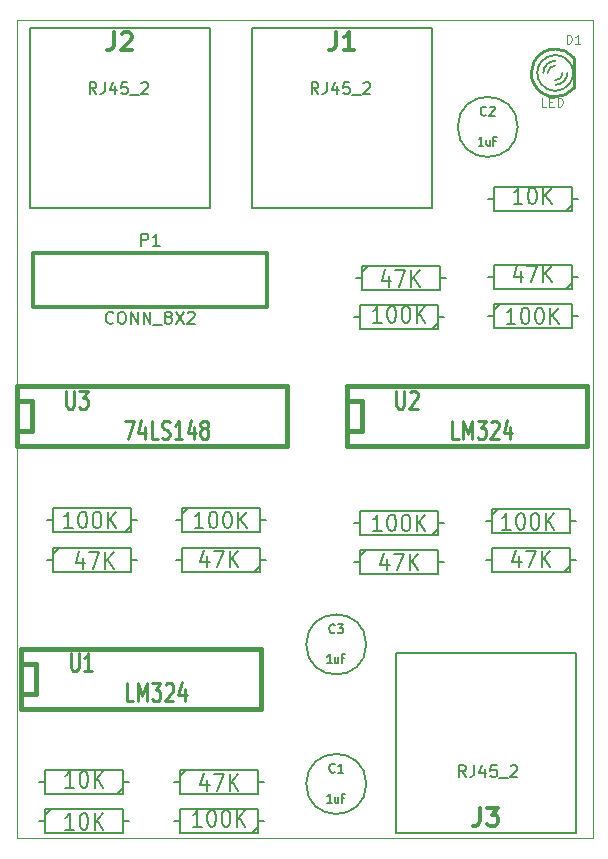
<source format=gto>
G04 (created by PCBNEW (22-Jun-2014 BZR 4027)-stable) date Cts 25 Nis 2020 13:21:39 +03*
%MOIN*%
G04 Gerber Fmt 3.4, Leading zero omitted, Abs format*
%FSLAX34Y34*%
G01*
G70*
G90*
G04 APERTURE LIST*
%ADD10C,0.00590551*%
%ADD11C,0.00393701*%
%ADD12C,0.005*%
%ADD13C,0.008*%
%ADD14C,0.012*%
%ADD15C,0.01*%
%ADD16C,0.006*%
%ADD17C,0.015*%
%ADD18C,0.0035*%
%ADD19C,0.01125*%
G04 APERTURE END LIST*
G54D10*
G54D11*
X7150Y-6000D02*
X7400Y-6000D01*
X7150Y-6000D02*
X7150Y-6150D01*
X7150Y-6100D02*
X7150Y-6000D01*
X7150Y-33250D02*
X7150Y-6100D01*
X26350Y-33250D02*
X7150Y-33250D01*
X26350Y-6000D02*
X7200Y-6000D01*
X26350Y-33250D02*
X26350Y-6000D01*
X26350Y-6000D02*
X26350Y-33250D01*
X7200Y-6000D02*
X26350Y-6000D01*
G54D10*
X15000Y-12250D02*
X15000Y-6250D01*
X21000Y-6250D02*
X15000Y-6250D01*
X21000Y-12250D02*
X21000Y-6250D01*
G54D12*
X15000Y-12250D02*
X21000Y-12250D01*
G54D10*
X7600Y-12250D02*
X7600Y-6250D01*
X13600Y-6250D02*
X7600Y-6250D01*
X13600Y-12250D02*
X13600Y-6250D01*
G54D12*
X7600Y-12250D02*
X13600Y-12250D01*
G54D10*
X25800Y-27100D02*
X25800Y-33100D01*
X19800Y-33100D02*
X25800Y-33100D01*
X19800Y-27100D02*
X19800Y-33100D01*
G54D12*
X25800Y-27100D02*
X19800Y-27100D01*
G54D13*
X25850Y-14550D02*
X25650Y-14550D01*
X22850Y-14550D02*
X23050Y-14550D01*
X23050Y-14550D02*
X23050Y-14950D01*
X23050Y-14950D02*
X25650Y-14950D01*
X25650Y-14950D02*
X25650Y-14150D01*
X25650Y-14150D02*
X23050Y-14150D01*
X23050Y-14150D02*
X23050Y-14550D01*
X25650Y-14750D02*
X25450Y-14950D01*
X25850Y-11950D02*
X25650Y-11950D01*
X22850Y-11950D02*
X23050Y-11950D01*
X23050Y-11950D02*
X23050Y-12350D01*
X23050Y-12350D02*
X25650Y-12350D01*
X25650Y-12350D02*
X25650Y-11550D01*
X25650Y-11550D02*
X23050Y-11550D01*
X23050Y-11550D02*
X23050Y-11950D01*
X25650Y-12150D02*
X25450Y-12350D01*
X18450Y-14600D02*
X18650Y-14600D01*
X21450Y-14600D02*
X21250Y-14600D01*
X21250Y-14600D02*
X21250Y-14200D01*
X21250Y-14200D02*
X18650Y-14200D01*
X18650Y-14200D02*
X18650Y-15000D01*
X18650Y-15000D02*
X21250Y-15000D01*
X21250Y-15000D02*
X21250Y-14600D01*
X18650Y-14400D02*
X18850Y-14200D01*
X21400Y-15900D02*
X21200Y-15900D01*
X18400Y-15900D02*
X18600Y-15900D01*
X18600Y-15900D02*
X18600Y-16300D01*
X18600Y-16300D02*
X21200Y-16300D01*
X21200Y-16300D02*
X21200Y-15500D01*
X21200Y-15500D02*
X18600Y-15500D01*
X18600Y-15500D02*
X18600Y-15900D01*
X21200Y-16100D02*
X21000Y-16300D01*
X22850Y-15850D02*
X23050Y-15850D01*
X25850Y-15850D02*
X25650Y-15850D01*
X25650Y-15850D02*
X25650Y-15450D01*
X25650Y-15450D02*
X23050Y-15450D01*
X23050Y-15450D02*
X23050Y-16250D01*
X23050Y-16250D02*
X25650Y-16250D01*
X25650Y-16250D02*
X25650Y-15850D01*
X23050Y-15650D02*
X23250Y-15450D01*
X25800Y-24000D02*
X25600Y-24000D01*
X22800Y-24000D02*
X23000Y-24000D01*
X23000Y-24000D02*
X23000Y-24400D01*
X23000Y-24400D02*
X25600Y-24400D01*
X25600Y-24400D02*
X25600Y-23600D01*
X25600Y-23600D02*
X23000Y-23600D01*
X23000Y-23600D02*
X23000Y-24000D01*
X25600Y-24200D02*
X25400Y-24400D01*
X22800Y-22700D02*
X23000Y-22700D01*
X25800Y-22700D02*
X25600Y-22700D01*
X25600Y-22700D02*
X25600Y-22300D01*
X25600Y-22300D02*
X23000Y-22300D01*
X23000Y-22300D02*
X23000Y-23100D01*
X23000Y-23100D02*
X25600Y-23100D01*
X25600Y-23100D02*
X25600Y-22700D01*
X23000Y-22500D02*
X23200Y-22300D01*
X21400Y-22750D02*
X21200Y-22750D01*
X18400Y-22750D02*
X18600Y-22750D01*
X18600Y-22750D02*
X18600Y-23150D01*
X18600Y-23150D02*
X21200Y-23150D01*
X21200Y-23150D02*
X21200Y-22350D01*
X21200Y-22350D02*
X18600Y-22350D01*
X18600Y-22350D02*
X18600Y-22750D01*
X21200Y-22950D02*
X21000Y-23150D01*
X11150Y-22650D02*
X10950Y-22650D01*
X8150Y-22650D02*
X8350Y-22650D01*
X8350Y-22650D02*
X8350Y-23050D01*
X8350Y-23050D02*
X10950Y-23050D01*
X10950Y-23050D02*
X10950Y-22250D01*
X10950Y-22250D02*
X8350Y-22250D01*
X8350Y-22250D02*
X8350Y-22650D01*
X10950Y-22850D02*
X10750Y-23050D01*
X10900Y-31400D02*
X10700Y-31400D01*
X7900Y-31400D02*
X8100Y-31400D01*
X8100Y-31400D02*
X8100Y-31800D01*
X8100Y-31800D02*
X10700Y-31800D01*
X10700Y-31800D02*
X10700Y-31000D01*
X10700Y-31000D02*
X8100Y-31000D01*
X8100Y-31000D02*
X8100Y-31400D01*
X10700Y-31600D02*
X10500Y-31800D01*
X7900Y-32700D02*
X8100Y-32700D01*
X10900Y-32700D02*
X10700Y-32700D01*
X10700Y-32700D02*
X10700Y-32300D01*
X10700Y-32300D02*
X8100Y-32300D01*
X8100Y-32300D02*
X8100Y-33100D01*
X8100Y-33100D02*
X10700Y-33100D01*
X10700Y-33100D02*
X10700Y-32700D01*
X8100Y-32500D02*
X8300Y-32300D01*
X12400Y-31400D02*
X12600Y-31400D01*
X15400Y-31400D02*
X15200Y-31400D01*
X15200Y-31400D02*
X15200Y-31000D01*
X15200Y-31000D02*
X12600Y-31000D01*
X12600Y-31000D02*
X12600Y-31800D01*
X12600Y-31800D02*
X15200Y-31800D01*
X15200Y-31800D02*
X15200Y-31400D01*
X12600Y-31200D02*
X12800Y-31000D01*
X15400Y-32700D02*
X15200Y-32700D01*
X12400Y-32700D02*
X12600Y-32700D01*
X12600Y-32700D02*
X12600Y-33100D01*
X12600Y-33100D02*
X15200Y-33100D01*
X15200Y-33100D02*
X15200Y-32300D01*
X15200Y-32300D02*
X12600Y-32300D01*
X12600Y-32300D02*
X12600Y-32700D01*
X15200Y-32900D02*
X15000Y-33100D01*
X12450Y-22650D02*
X12650Y-22650D01*
X15450Y-22650D02*
X15250Y-22650D01*
X15250Y-22650D02*
X15250Y-22250D01*
X15250Y-22250D02*
X12650Y-22250D01*
X12650Y-22250D02*
X12650Y-23050D01*
X12650Y-23050D02*
X15250Y-23050D01*
X15250Y-23050D02*
X15250Y-22650D01*
X12650Y-22450D02*
X12850Y-22250D01*
X15450Y-24000D02*
X15250Y-24000D01*
X12450Y-24000D02*
X12650Y-24000D01*
X12650Y-24000D02*
X12650Y-24400D01*
X12650Y-24400D02*
X15250Y-24400D01*
X15250Y-24400D02*
X15250Y-23600D01*
X15250Y-23600D02*
X12650Y-23600D01*
X12650Y-23600D02*
X12650Y-24000D01*
X15250Y-24200D02*
X15050Y-24400D01*
X8150Y-24000D02*
X8350Y-24000D01*
X11150Y-24000D02*
X10950Y-24000D01*
X10950Y-24000D02*
X10950Y-23600D01*
X10950Y-23600D02*
X8350Y-23600D01*
X8350Y-23600D02*
X8350Y-24400D01*
X8350Y-24400D02*
X10950Y-24400D01*
X10950Y-24400D02*
X10950Y-24000D01*
X8350Y-23800D02*
X8550Y-23600D01*
X18400Y-24050D02*
X18600Y-24050D01*
X21400Y-24050D02*
X21200Y-24050D01*
X21200Y-24050D02*
X21200Y-23650D01*
X21200Y-23650D02*
X18600Y-23650D01*
X18600Y-23650D02*
X18600Y-24450D01*
X18600Y-24450D02*
X21200Y-24450D01*
X21200Y-24450D02*
X21200Y-24050D01*
X18600Y-23850D02*
X18800Y-23650D01*
G54D14*
X7700Y-15550D02*
X7700Y-13750D01*
X7700Y-13750D02*
X15500Y-13750D01*
X15500Y-13750D02*
X15500Y-15550D01*
X15500Y-15550D02*
X7700Y-15550D01*
G54D15*
X25720Y-8250D02*
X25720Y-7250D01*
G54D16*
X24639Y-7365D02*
G75*
G03X24500Y-7750I460J-384D01*
G74*
G01*
X24500Y-7750D02*
G75*
G03X24651Y-8147I599J0D01*
G74*
G01*
X25699Y-7750D02*
G75*
G03X25555Y-7360I-599J0D01*
G74*
G01*
X25560Y-8134D02*
G75*
G03X25700Y-7750I-460J384D01*
G74*
G01*
X25587Y-7400D02*
G75*
G03X25100Y-7150I-487J-349D01*
G74*
G01*
X25100Y-7150D02*
G75*
G03X24620Y-7389I0J-600D01*
G74*
G01*
X25100Y-8349D02*
G75*
G03X25572Y-8118I0J599D01*
G74*
G01*
X24626Y-8118D02*
G75*
G03X25100Y-8350I473J368D01*
G74*
G01*
X25100Y-7500D02*
G75*
G03X24850Y-7750I0J-250D01*
G74*
G01*
X25100Y-7350D02*
G75*
G03X24700Y-7750I0J-400D01*
G74*
G01*
X25100Y-8000D02*
G75*
G03X25350Y-7750I0J250D01*
G74*
G01*
X25100Y-8150D02*
G75*
G03X25500Y-7750I0J400D01*
G74*
G01*
G54D15*
X25713Y-7236D02*
G75*
G03X25100Y-6950I-613J-513D01*
G74*
G01*
X25100Y-6951D02*
G75*
G03X24395Y-7373I0J-799D01*
G74*
G01*
X25101Y-8548D02*
G75*
G03X25710Y-8265I-1J798D01*
G74*
G01*
X24405Y-8147D02*
G75*
G03X25100Y-8550I694J397D01*
G74*
G01*
X24395Y-7370D02*
G75*
G03X24300Y-7750I704J-379D01*
G74*
G01*
X24300Y-7750D02*
G75*
G03X24418Y-8168I799J0D01*
G74*
G01*
G54D17*
X7150Y-18700D02*
X7150Y-18700D01*
X7150Y-18700D02*
X7650Y-18700D01*
X7650Y-18700D02*
X7650Y-19700D01*
X7650Y-19700D02*
X7150Y-19700D01*
X7150Y-18200D02*
X16150Y-18200D01*
X16150Y-18200D02*
X16150Y-20200D01*
X16150Y-20200D02*
X7150Y-20200D01*
X7150Y-20200D02*
X7150Y-18200D01*
X7300Y-26950D02*
X15300Y-26950D01*
X15300Y-28950D02*
X7300Y-28950D01*
X7300Y-28950D02*
X7300Y-26950D01*
X7300Y-27450D02*
X7800Y-27450D01*
X7800Y-27450D02*
X7800Y-28450D01*
X7800Y-28450D02*
X7300Y-28450D01*
X15300Y-26950D02*
X15300Y-28950D01*
X18150Y-18200D02*
X26150Y-18200D01*
X26150Y-20200D02*
X18150Y-20200D01*
X18150Y-20200D02*
X18150Y-18200D01*
X18150Y-18700D02*
X18650Y-18700D01*
X18650Y-18700D02*
X18650Y-19700D01*
X18650Y-19700D02*
X18150Y-19700D01*
X26150Y-18200D02*
X26150Y-20200D01*
G54D12*
X18801Y-31450D02*
G75*
G03X18801Y-31450I-1001J0D01*
G74*
G01*
X23851Y-9550D02*
G75*
G03X23851Y-9550I-1001J0D01*
G74*
G01*
X18801Y-26800D02*
G75*
G03X18801Y-26800I-1001J0D01*
G74*
G01*
G54D14*
X17800Y-6392D02*
X17800Y-6821D01*
X17771Y-6907D01*
X17714Y-6964D01*
X17628Y-6992D01*
X17571Y-6992D01*
X18400Y-6992D02*
X18057Y-6992D01*
X18228Y-6992D02*
X18228Y-6392D01*
X18171Y-6478D01*
X18114Y-6535D01*
X18057Y-6564D01*
G54D13*
X17202Y-8449D02*
X17071Y-8261D01*
X16977Y-8449D02*
X16977Y-8055D01*
X17127Y-8055D01*
X17165Y-8074D01*
X17184Y-8093D01*
X17202Y-8130D01*
X17202Y-8186D01*
X17184Y-8224D01*
X17165Y-8243D01*
X17127Y-8261D01*
X16977Y-8261D01*
X17484Y-8055D02*
X17484Y-8336D01*
X17465Y-8393D01*
X17428Y-8430D01*
X17371Y-8449D01*
X17334Y-8449D01*
X17840Y-8186D02*
X17840Y-8449D01*
X17747Y-8036D02*
X17653Y-8318D01*
X17897Y-8318D01*
X18234Y-8055D02*
X18047Y-8055D01*
X18028Y-8243D01*
X18047Y-8224D01*
X18084Y-8205D01*
X18178Y-8205D01*
X18216Y-8224D01*
X18234Y-8243D01*
X18253Y-8280D01*
X18253Y-8374D01*
X18234Y-8411D01*
X18216Y-8430D01*
X18178Y-8449D01*
X18084Y-8449D01*
X18047Y-8430D01*
X18028Y-8411D01*
X18328Y-8487D02*
X18628Y-8487D01*
X18703Y-8093D02*
X18722Y-8074D01*
X18760Y-8055D01*
X18853Y-8055D01*
X18891Y-8074D01*
X18910Y-8093D01*
X18929Y-8130D01*
X18929Y-8168D01*
X18910Y-8224D01*
X18685Y-8449D01*
X18929Y-8449D01*
G54D14*
X10400Y-6392D02*
X10400Y-6821D01*
X10371Y-6907D01*
X10314Y-6964D01*
X10228Y-6992D01*
X10171Y-6992D01*
X10657Y-6450D02*
X10685Y-6421D01*
X10742Y-6392D01*
X10885Y-6392D01*
X10942Y-6421D01*
X10971Y-6450D01*
X11000Y-6507D01*
X11000Y-6564D01*
X10971Y-6650D01*
X10628Y-6992D01*
X11000Y-6992D01*
G54D13*
X9802Y-8449D02*
X9671Y-8261D01*
X9577Y-8449D02*
X9577Y-8055D01*
X9727Y-8055D01*
X9765Y-8074D01*
X9784Y-8093D01*
X9802Y-8130D01*
X9802Y-8186D01*
X9784Y-8224D01*
X9765Y-8243D01*
X9727Y-8261D01*
X9577Y-8261D01*
X10084Y-8055D02*
X10084Y-8336D01*
X10065Y-8393D01*
X10028Y-8430D01*
X9971Y-8449D01*
X9934Y-8449D01*
X10440Y-8186D02*
X10440Y-8449D01*
X10347Y-8036D02*
X10253Y-8318D01*
X10497Y-8318D01*
X10834Y-8055D02*
X10647Y-8055D01*
X10628Y-8243D01*
X10647Y-8224D01*
X10684Y-8205D01*
X10778Y-8205D01*
X10816Y-8224D01*
X10834Y-8243D01*
X10853Y-8280D01*
X10853Y-8374D01*
X10834Y-8411D01*
X10816Y-8430D01*
X10778Y-8449D01*
X10684Y-8449D01*
X10647Y-8430D01*
X10628Y-8411D01*
X10928Y-8487D02*
X11228Y-8487D01*
X11303Y-8093D02*
X11322Y-8074D01*
X11360Y-8055D01*
X11453Y-8055D01*
X11491Y-8074D01*
X11510Y-8093D01*
X11529Y-8130D01*
X11529Y-8168D01*
X11510Y-8224D01*
X11285Y-8449D01*
X11529Y-8449D01*
G54D14*
X22600Y-32242D02*
X22600Y-32671D01*
X22571Y-32757D01*
X22514Y-32814D01*
X22428Y-32842D01*
X22371Y-32842D01*
X22828Y-32242D02*
X23200Y-32242D01*
X23000Y-32471D01*
X23085Y-32471D01*
X23142Y-32500D01*
X23171Y-32528D01*
X23200Y-32585D01*
X23200Y-32728D01*
X23171Y-32785D01*
X23142Y-32814D01*
X23085Y-32842D01*
X22914Y-32842D01*
X22857Y-32814D01*
X22828Y-32785D01*
G54D13*
X22114Y-31219D02*
X21983Y-31031D01*
X21889Y-31219D02*
X21889Y-30825D01*
X22039Y-30825D01*
X22077Y-30844D01*
X22096Y-30863D01*
X22114Y-30900D01*
X22114Y-30956D01*
X22096Y-30994D01*
X22077Y-31013D01*
X22039Y-31031D01*
X21889Y-31031D01*
X22396Y-30825D02*
X22396Y-31106D01*
X22377Y-31163D01*
X22340Y-31200D01*
X22283Y-31219D01*
X22246Y-31219D01*
X22752Y-30956D02*
X22752Y-31219D01*
X22659Y-30806D02*
X22565Y-31088D01*
X22809Y-31088D01*
X23146Y-30825D02*
X22959Y-30825D01*
X22940Y-31013D01*
X22959Y-30994D01*
X22996Y-30975D01*
X23090Y-30975D01*
X23128Y-30994D01*
X23146Y-31013D01*
X23165Y-31050D01*
X23165Y-31144D01*
X23146Y-31181D01*
X23128Y-31200D01*
X23090Y-31219D01*
X22996Y-31219D01*
X22959Y-31200D01*
X22940Y-31181D01*
X23240Y-31257D02*
X23540Y-31257D01*
X23615Y-30863D02*
X23634Y-30844D01*
X23672Y-30825D01*
X23765Y-30825D01*
X23803Y-30844D01*
X23822Y-30863D01*
X23841Y-30900D01*
X23841Y-30938D01*
X23822Y-30994D01*
X23597Y-31219D01*
X23841Y-31219D01*
X23957Y-14355D02*
X23957Y-14722D01*
X23838Y-14146D02*
X23719Y-14539D01*
X24028Y-14539D01*
X24171Y-14172D02*
X24504Y-14172D01*
X24290Y-14722D01*
X24695Y-14722D02*
X24695Y-14172D01*
X24980Y-14722D02*
X24766Y-14408D01*
X24980Y-14172D02*
X24695Y-14486D01*
X24004Y-12122D02*
X23719Y-12122D01*
X23861Y-12122D02*
X23861Y-11572D01*
X23814Y-11651D01*
X23766Y-11703D01*
X23719Y-11729D01*
X24314Y-11572D02*
X24361Y-11572D01*
X24409Y-11598D01*
X24433Y-11625D01*
X24457Y-11677D01*
X24480Y-11782D01*
X24480Y-11913D01*
X24457Y-12017D01*
X24433Y-12070D01*
X24409Y-12096D01*
X24361Y-12122D01*
X24314Y-12122D01*
X24266Y-12096D01*
X24242Y-12070D01*
X24219Y-12017D01*
X24195Y-11913D01*
X24195Y-11782D01*
X24219Y-11677D01*
X24242Y-11625D01*
X24266Y-11598D01*
X24314Y-11572D01*
X24695Y-12122D02*
X24695Y-11572D01*
X24980Y-12122D02*
X24766Y-11808D01*
X24980Y-11572D02*
X24695Y-11886D01*
X19557Y-14505D02*
X19557Y-14872D01*
X19438Y-14296D02*
X19319Y-14689D01*
X19628Y-14689D01*
X19771Y-14322D02*
X20104Y-14322D01*
X19890Y-14872D01*
X20295Y-14872D02*
X20295Y-14322D01*
X20580Y-14872D02*
X20366Y-14558D01*
X20580Y-14322D02*
X20295Y-14636D01*
X19316Y-16072D02*
X19030Y-16072D01*
X19173Y-16072D02*
X19173Y-15522D01*
X19126Y-15601D01*
X19078Y-15653D01*
X19030Y-15679D01*
X19626Y-15522D02*
X19673Y-15522D01*
X19721Y-15548D01*
X19745Y-15575D01*
X19769Y-15627D01*
X19792Y-15732D01*
X19792Y-15863D01*
X19769Y-15967D01*
X19745Y-16020D01*
X19721Y-16046D01*
X19673Y-16072D01*
X19626Y-16072D01*
X19578Y-16046D01*
X19554Y-16020D01*
X19530Y-15967D01*
X19507Y-15863D01*
X19507Y-15732D01*
X19530Y-15627D01*
X19554Y-15575D01*
X19578Y-15548D01*
X19626Y-15522D01*
X20102Y-15522D02*
X20150Y-15522D01*
X20197Y-15548D01*
X20221Y-15575D01*
X20245Y-15627D01*
X20269Y-15732D01*
X20269Y-15863D01*
X20245Y-15967D01*
X20221Y-16020D01*
X20197Y-16046D01*
X20150Y-16072D01*
X20102Y-16072D01*
X20054Y-16046D01*
X20030Y-16020D01*
X20007Y-15967D01*
X19983Y-15863D01*
X19983Y-15732D01*
X20007Y-15627D01*
X20030Y-15575D01*
X20054Y-15548D01*
X20102Y-15522D01*
X20483Y-16072D02*
X20483Y-15522D01*
X20769Y-16072D02*
X20554Y-15758D01*
X20769Y-15522D02*
X20483Y-15836D01*
X23766Y-16122D02*
X23480Y-16122D01*
X23623Y-16122D02*
X23623Y-15572D01*
X23576Y-15651D01*
X23528Y-15703D01*
X23480Y-15729D01*
X24076Y-15572D02*
X24123Y-15572D01*
X24171Y-15598D01*
X24195Y-15625D01*
X24219Y-15677D01*
X24242Y-15782D01*
X24242Y-15913D01*
X24219Y-16017D01*
X24195Y-16070D01*
X24171Y-16096D01*
X24123Y-16122D01*
X24076Y-16122D01*
X24028Y-16096D01*
X24004Y-16070D01*
X23980Y-16017D01*
X23957Y-15913D01*
X23957Y-15782D01*
X23980Y-15677D01*
X24004Y-15625D01*
X24028Y-15598D01*
X24076Y-15572D01*
X24552Y-15572D02*
X24600Y-15572D01*
X24647Y-15598D01*
X24671Y-15625D01*
X24695Y-15677D01*
X24719Y-15782D01*
X24719Y-15913D01*
X24695Y-16017D01*
X24671Y-16070D01*
X24647Y-16096D01*
X24600Y-16122D01*
X24552Y-16122D01*
X24504Y-16096D01*
X24480Y-16070D01*
X24457Y-16017D01*
X24433Y-15913D01*
X24433Y-15782D01*
X24457Y-15677D01*
X24480Y-15625D01*
X24504Y-15598D01*
X24552Y-15572D01*
X24933Y-16122D02*
X24933Y-15572D01*
X25219Y-16122D02*
X25004Y-15808D01*
X25219Y-15572D02*
X24933Y-15886D01*
X23907Y-23855D02*
X23907Y-24222D01*
X23788Y-23646D02*
X23669Y-24039D01*
X23978Y-24039D01*
X24121Y-23672D02*
X24454Y-23672D01*
X24240Y-24222D01*
X24645Y-24222D02*
X24645Y-23672D01*
X24930Y-24222D02*
X24716Y-23908D01*
X24930Y-23672D02*
X24645Y-23986D01*
X23616Y-22972D02*
X23330Y-22972D01*
X23473Y-22972D02*
X23473Y-22422D01*
X23426Y-22501D01*
X23378Y-22553D01*
X23330Y-22579D01*
X23926Y-22422D02*
X23973Y-22422D01*
X24021Y-22448D01*
X24045Y-22475D01*
X24069Y-22527D01*
X24092Y-22632D01*
X24092Y-22763D01*
X24069Y-22867D01*
X24045Y-22920D01*
X24021Y-22946D01*
X23973Y-22972D01*
X23926Y-22972D01*
X23878Y-22946D01*
X23854Y-22920D01*
X23830Y-22867D01*
X23807Y-22763D01*
X23807Y-22632D01*
X23830Y-22527D01*
X23854Y-22475D01*
X23878Y-22448D01*
X23926Y-22422D01*
X24402Y-22422D02*
X24450Y-22422D01*
X24497Y-22448D01*
X24521Y-22475D01*
X24545Y-22527D01*
X24569Y-22632D01*
X24569Y-22763D01*
X24545Y-22867D01*
X24521Y-22920D01*
X24497Y-22946D01*
X24450Y-22972D01*
X24402Y-22972D01*
X24354Y-22946D01*
X24330Y-22920D01*
X24307Y-22867D01*
X24283Y-22763D01*
X24283Y-22632D01*
X24307Y-22527D01*
X24330Y-22475D01*
X24354Y-22448D01*
X24402Y-22422D01*
X24783Y-22972D02*
X24783Y-22422D01*
X25069Y-22972D02*
X24854Y-22658D01*
X25069Y-22422D02*
X24783Y-22736D01*
X19316Y-23022D02*
X19030Y-23022D01*
X19173Y-23022D02*
X19173Y-22472D01*
X19126Y-22551D01*
X19078Y-22603D01*
X19030Y-22629D01*
X19626Y-22472D02*
X19673Y-22472D01*
X19721Y-22498D01*
X19745Y-22525D01*
X19769Y-22577D01*
X19792Y-22682D01*
X19792Y-22813D01*
X19769Y-22917D01*
X19745Y-22970D01*
X19721Y-22996D01*
X19673Y-23022D01*
X19626Y-23022D01*
X19578Y-22996D01*
X19554Y-22970D01*
X19530Y-22917D01*
X19507Y-22813D01*
X19507Y-22682D01*
X19530Y-22577D01*
X19554Y-22525D01*
X19578Y-22498D01*
X19626Y-22472D01*
X20102Y-22472D02*
X20150Y-22472D01*
X20197Y-22498D01*
X20221Y-22525D01*
X20245Y-22577D01*
X20269Y-22682D01*
X20269Y-22813D01*
X20245Y-22917D01*
X20221Y-22970D01*
X20197Y-22996D01*
X20150Y-23022D01*
X20102Y-23022D01*
X20054Y-22996D01*
X20030Y-22970D01*
X20007Y-22917D01*
X19983Y-22813D01*
X19983Y-22682D01*
X20007Y-22577D01*
X20030Y-22525D01*
X20054Y-22498D01*
X20102Y-22472D01*
X20483Y-23022D02*
X20483Y-22472D01*
X20769Y-23022D02*
X20554Y-22708D01*
X20769Y-22472D02*
X20483Y-22786D01*
X9016Y-22922D02*
X8730Y-22922D01*
X8873Y-22922D02*
X8873Y-22372D01*
X8826Y-22451D01*
X8778Y-22503D01*
X8730Y-22529D01*
X9326Y-22372D02*
X9373Y-22372D01*
X9421Y-22398D01*
X9445Y-22425D01*
X9469Y-22477D01*
X9492Y-22582D01*
X9492Y-22713D01*
X9469Y-22817D01*
X9445Y-22870D01*
X9421Y-22896D01*
X9373Y-22922D01*
X9326Y-22922D01*
X9278Y-22896D01*
X9254Y-22870D01*
X9230Y-22817D01*
X9207Y-22713D01*
X9207Y-22582D01*
X9230Y-22477D01*
X9254Y-22425D01*
X9278Y-22398D01*
X9326Y-22372D01*
X9802Y-22372D02*
X9850Y-22372D01*
X9897Y-22398D01*
X9921Y-22425D01*
X9945Y-22477D01*
X9969Y-22582D01*
X9969Y-22713D01*
X9945Y-22817D01*
X9921Y-22870D01*
X9897Y-22896D01*
X9850Y-22922D01*
X9802Y-22922D01*
X9754Y-22896D01*
X9730Y-22870D01*
X9707Y-22817D01*
X9683Y-22713D01*
X9683Y-22582D01*
X9707Y-22477D01*
X9730Y-22425D01*
X9754Y-22398D01*
X9802Y-22372D01*
X10183Y-22922D02*
X10183Y-22372D01*
X10469Y-22922D02*
X10254Y-22608D01*
X10469Y-22372D02*
X10183Y-22686D01*
X9054Y-31572D02*
X8769Y-31572D01*
X8911Y-31572D02*
X8911Y-31022D01*
X8864Y-31101D01*
X8816Y-31153D01*
X8769Y-31179D01*
X9364Y-31022D02*
X9411Y-31022D01*
X9459Y-31048D01*
X9483Y-31075D01*
X9507Y-31127D01*
X9530Y-31232D01*
X9530Y-31363D01*
X9507Y-31467D01*
X9483Y-31520D01*
X9459Y-31546D01*
X9411Y-31572D01*
X9364Y-31572D01*
X9316Y-31546D01*
X9292Y-31520D01*
X9269Y-31467D01*
X9245Y-31363D01*
X9245Y-31232D01*
X9269Y-31127D01*
X9292Y-31075D01*
X9316Y-31048D01*
X9364Y-31022D01*
X9745Y-31572D02*
X9745Y-31022D01*
X10030Y-31572D02*
X9816Y-31258D01*
X10030Y-31022D02*
X9745Y-31336D01*
X9054Y-32972D02*
X8769Y-32972D01*
X8911Y-32972D02*
X8911Y-32422D01*
X8864Y-32501D01*
X8816Y-32553D01*
X8769Y-32579D01*
X9364Y-32422D02*
X9411Y-32422D01*
X9459Y-32448D01*
X9483Y-32475D01*
X9507Y-32527D01*
X9530Y-32632D01*
X9530Y-32763D01*
X9507Y-32867D01*
X9483Y-32920D01*
X9459Y-32946D01*
X9411Y-32972D01*
X9364Y-32972D01*
X9316Y-32946D01*
X9292Y-32920D01*
X9269Y-32867D01*
X9245Y-32763D01*
X9245Y-32632D01*
X9269Y-32527D01*
X9292Y-32475D01*
X9316Y-32448D01*
X9364Y-32422D01*
X9745Y-32972D02*
X9745Y-32422D01*
X10030Y-32972D02*
X9816Y-32658D01*
X10030Y-32422D02*
X9745Y-32736D01*
X13507Y-31305D02*
X13507Y-31672D01*
X13388Y-31096D02*
X13269Y-31489D01*
X13578Y-31489D01*
X13721Y-31122D02*
X14054Y-31122D01*
X13840Y-31672D01*
X14245Y-31672D02*
X14245Y-31122D01*
X14530Y-31672D02*
X14316Y-31358D01*
X14530Y-31122D02*
X14245Y-31436D01*
X13316Y-32872D02*
X13030Y-32872D01*
X13173Y-32872D02*
X13173Y-32322D01*
X13126Y-32401D01*
X13078Y-32453D01*
X13030Y-32479D01*
X13626Y-32322D02*
X13673Y-32322D01*
X13721Y-32348D01*
X13745Y-32375D01*
X13769Y-32427D01*
X13792Y-32532D01*
X13792Y-32663D01*
X13769Y-32767D01*
X13745Y-32820D01*
X13721Y-32846D01*
X13673Y-32872D01*
X13626Y-32872D01*
X13578Y-32846D01*
X13554Y-32820D01*
X13530Y-32767D01*
X13507Y-32663D01*
X13507Y-32532D01*
X13530Y-32427D01*
X13554Y-32375D01*
X13578Y-32348D01*
X13626Y-32322D01*
X14102Y-32322D02*
X14150Y-32322D01*
X14197Y-32348D01*
X14221Y-32375D01*
X14245Y-32427D01*
X14269Y-32532D01*
X14269Y-32663D01*
X14245Y-32767D01*
X14221Y-32820D01*
X14197Y-32846D01*
X14150Y-32872D01*
X14102Y-32872D01*
X14054Y-32846D01*
X14030Y-32820D01*
X14007Y-32767D01*
X13983Y-32663D01*
X13983Y-32532D01*
X14007Y-32427D01*
X14030Y-32375D01*
X14054Y-32348D01*
X14102Y-32322D01*
X14483Y-32872D02*
X14483Y-32322D01*
X14769Y-32872D02*
X14554Y-32558D01*
X14769Y-32322D02*
X14483Y-32636D01*
X13366Y-22922D02*
X13080Y-22922D01*
X13223Y-22922D02*
X13223Y-22372D01*
X13176Y-22451D01*
X13128Y-22503D01*
X13080Y-22529D01*
X13676Y-22372D02*
X13723Y-22372D01*
X13771Y-22398D01*
X13795Y-22425D01*
X13819Y-22477D01*
X13842Y-22582D01*
X13842Y-22713D01*
X13819Y-22817D01*
X13795Y-22870D01*
X13771Y-22896D01*
X13723Y-22922D01*
X13676Y-22922D01*
X13628Y-22896D01*
X13604Y-22870D01*
X13580Y-22817D01*
X13557Y-22713D01*
X13557Y-22582D01*
X13580Y-22477D01*
X13604Y-22425D01*
X13628Y-22398D01*
X13676Y-22372D01*
X14152Y-22372D02*
X14200Y-22372D01*
X14247Y-22398D01*
X14271Y-22425D01*
X14295Y-22477D01*
X14319Y-22582D01*
X14319Y-22713D01*
X14295Y-22817D01*
X14271Y-22870D01*
X14247Y-22896D01*
X14200Y-22922D01*
X14152Y-22922D01*
X14104Y-22896D01*
X14080Y-22870D01*
X14057Y-22817D01*
X14033Y-22713D01*
X14033Y-22582D01*
X14057Y-22477D01*
X14080Y-22425D01*
X14104Y-22398D01*
X14152Y-22372D01*
X14533Y-22922D02*
X14533Y-22372D01*
X14819Y-22922D02*
X14604Y-22608D01*
X14819Y-22372D02*
X14533Y-22686D01*
X13507Y-23855D02*
X13507Y-24222D01*
X13388Y-23646D02*
X13269Y-24039D01*
X13578Y-24039D01*
X13721Y-23672D02*
X14054Y-23672D01*
X13840Y-24222D01*
X14245Y-24222D02*
X14245Y-23672D01*
X14530Y-24222D02*
X14316Y-23908D01*
X14530Y-23672D02*
X14245Y-23986D01*
X9357Y-23905D02*
X9357Y-24272D01*
X9238Y-23696D02*
X9119Y-24089D01*
X9428Y-24089D01*
X9571Y-23722D02*
X9904Y-23722D01*
X9690Y-24272D01*
X10095Y-24272D02*
X10095Y-23722D01*
X10380Y-24272D02*
X10166Y-23958D01*
X10380Y-23722D02*
X10095Y-24036D01*
X19507Y-23955D02*
X19507Y-24322D01*
X19388Y-23746D02*
X19269Y-24139D01*
X19578Y-24139D01*
X19721Y-23772D02*
X20054Y-23772D01*
X19840Y-24322D01*
X20245Y-24322D02*
X20245Y-23772D01*
X20530Y-24322D02*
X20316Y-24008D01*
X20530Y-23772D02*
X20245Y-24086D01*
X11304Y-13511D02*
X11304Y-13111D01*
X11457Y-13111D01*
X11495Y-13130D01*
X11514Y-13150D01*
X11533Y-13188D01*
X11533Y-13245D01*
X11514Y-13283D01*
X11495Y-13302D01*
X11457Y-13321D01*
X11304Y-13321D01*
X11914Y-13511D02*
X11685Y-13511D01*
X11800Y-13511D02*
X11800Y-13111D01*
X11761Y-13169D01*
X11723Y-13207D01*
X11685Y-13226D01*
X10371Y-16073D02*
X10352Y-16092D01*
X10295Y-16111D01*
X10257Y-16111D01*
X10200Y-16092D01*
X10161Y-16054D01*
X10142Y-16016D01*
X10123Y-15940D01*
X10123Y-15883D01*
X10142Y-15807D01*
X10161Y-15769D01*
X10200Y-15730D01*
X10257Y-15711D01*
X10295Y-15711D01*
X10352Y-15730D01*
X10371Y-15750D01*
X10619Y-15711D02*
X10695Y-15711D01*
X10733Y-15730D01*
X10771Y-15769D01*
X10790Y-15845D01*
X10790Y-15978D01*
X10771Y-16054D01*
X10733Y-16092D01*
X10695Y-16111D01*
X10619Y-16111D01*
X10580Y-16092D01*
X10542Y-16054D01*
X10523Y-15978D01*
X10523Y-15845D01*
X10542Y-15769D01*
X10580Y-15730D01*
X10619Y-15711D01*
X10961Y-16111D02*
X10961Y-15711D01*
X11190Y-16111D01*
X11190Y-15711D01*
X11380Y-16111D02*
X11380Y-15711D01*
X11609Y-16111D01*
X11609Y-15711D01*
X11704Y-16150D02*
X12009Y-16150D01*
X12161Y-15883D02*
X12123Y-15864D01*
X12104Y-15845D01*
X12085Y-15807D01*
X12085Y-15788D01*
X12104Y-15750D01*
X12123Y-15730D01*
X12161Y-15711D01*
X12238Y-15711D01*
X12276Y-15730D01*
X12295Y-15750D01*
X12314Y-15788D01*
X12314Y-15807D01*
X12295Y-15845D01*
X12276Y-15864D01*
X12238Y-15883D01*
X12161Y-15883D01*
X12123Y-15902D01*
X12104Y-15921D01*
X12085Y-15959D01*
X12085Y-16035D01*
X12104Y-16073D01*
X12123Y-16092D01*
X12161Y-16111D01*
X12238Y-16111D01*
X12276Y-16092D01*
X12295Y-16073D01*
X12314Y-16035D01*
X12314Y-15959D01*
X12295Y-15921D01*
X12276Y-15902D01*
X12238Y-15883D01*
X12447Y-15711D02*
X12714Y-16111D01*
X12714Y-15711D02*
X12447Y-16111D01*
X12847Y-15750D02*
X12866Y-15730D01*
X12904Y-15711D01*
X13000Y-15711D01*
X13038Y-15730D01*
X13057Y-15750D01*
X13076Y-15788D01*
X13076Y-15826D01*
X13057Y-15883D01*
X12828Y-16111D01*
X13076Y-16111D01*
G54D18*
X25478Y-6771D02*
X25478Y-6471D01*
X25550Y-6471D01*
X25592Y-6485D01*
X25621Y-6514D01*
X25635Y-6542D01*
X25650Y-6600D01*
X25650Y-6642D01*
X25635Y-6700D01*
X25621Y-6728D01*
X25592Y-6757D01*
X25550Y-6771D01*
X25478Y-6771D01*
X25935Y-6771D02*
X25764Y-6771D01*
X25850Y-6771D02*
X25850Y-6471D01*
X25821Y-6514D01*
X25792Y-6542D01*
X25764Y-6557D01*
X24807Y-8871D02*
X24664Y-8871D01*
X24664Y-8571D01*
X24907Y-8714D02*
X25007Y-8714D01*
X25050Y-8871D02*
X24907Y-8871D01*
X24907Y-8571D01*
X25050Y-8571D01*
X25178Y-8871D02*
X25178Y-8571D01*
X25250Y-8571D01*
X25292Y-8585D01*
X25321Y-8614D01*
X25335Y-8642D01*
X25350Y-8700D01*
X25350Y-8742D01*
X25335Y-8800D01*
X25321Y-8828D01*
X25292Y-8857D01*
X25250Y-8871D01*
X25178Y-8871D01*
G54D19*
X8807Y-18342D02*
X8807Y-18828D01*
X8828Y-18885D01*
X8850Y-18914D01*
X8892Y-18942D01*
X8978Y-18942D01*
X9021Y-18914D01*
X9042Y-18885D01*
X9064Y-18828D01*
X9064Y-18342D01*
X9235Y-18342D02*
X9514Y-18342D01*
X9364Y-18571D01*
X9428Y-18571D01*
X9471Y-18600D01*
X9492Y-18628D01*
X9514Y-18685D01*
X9514Y-18828D01*
X9492Y-18885D01*
X9471Y-18914D01*
X9428Y-18942D01*
X9300Y-18942D01*
X9257Y-18914D01*
X9235Y-18885D01*
G54D14*
G54D19*
X10746Y-19342D02*
X11046Y-19342D01*
X10853Y-19942D01*
X11410Y-19542D02*
X11410Y-19942D01*
X11303Y-19314D02*
X11196Y-19742D01*
X11475Y-19742D01*
X11860Y-19942D02*
X11646Y-19942D01*
X11646Y-19342D01*
X11989Y-19914D02*
X12053Y-19942D01*
X12160Y-19942D01*
X12203Y-19914D01*
X12225Y-19885D01*
X12246Y-19828D01*
X12246Y-19771D01*
X12225Y-19714D01*
X12203Y-19685D01*
X12160Y-19657D01*
X12075Y-19628D01*
X12032Y-19600D01*
X12010Y-19571D01*
X11989Y-19514D01*
X11989Y-19457D01*
X12010Y-19400D01*
X12032Y-19371D01*
X12075Y-19342D01*
X12182Y-19342D01*
X12246Y-19371D01*
X12675Y-19942D02*
X12417Y-19942D01*
X12546Y-19942D02*
X12546Y-19342D01*
X12503Y-19428D01*
X12460Y-19485D01*
X12417Y-19514D01*
X13060Y-19542D02*
X13060Y-19942D01*
X12953Y-19314D02*
X12846Y-19742D01*
X13125Y-19742D01*
X13360Y-19600D02*
X13317Y-19571D01*
X13296Y-19542D01*
X13274Y-19485D01*
X13274Y-19457D01*
X13296Y-19400D01*
X13317Y-19371D01*
X13360Y-19342D01*
X13446Y-19342D01*
X13489Y-19371D01*
X13510Y-19400D01*
X13532Y-19457D01*
X13532Y-19485D01*
X13510Y-19542D01*
X13489Y-19571D01*
X13446Y-19600D01*
X13360Y-19600D01*
X13317Y-19628D01*
X13296Y-19657D01*
X13274Y-19714D01*
X13274Y-19828D01*
X13296Y-19885D01*
X13317Y-19914D01*
X13360Y-19942D01*
X13446Y-19942D01*
X13489Y-19914D01*
X13510Y-19885D01*
X13532Y-19828D01*
X13532Y-19714D01*
X13510Y-19657D01*
X13489Y-19628D01*
X13446Y-19600D01*
G54D14*
G54D19*
X8957Y-27092D02*
X8957Y-27578D01*
X8978Y-27635D01*
X9000Y-27664D01*
X9042Y-27692D01*
X9128Y-27692D01*
X9171Y-27664D01*
X9192Y-27635D01*
X9214Y-27578D01*
X9214Y-27092D01*
X9664Y-27692D02*
X9407Y-27692D01*
X9535Y-27692D02*
X9535Y-27092D01*
X9492Y-27178D01*
X9450Y-27235D01*
X9407Y-27264D01*
G54D14*
G54D19*
X11039Y-28692D02*
X10825Y-28692D01*
X10825Y-28092D01*
X11189Y-28692D02*
X11189Y-28092D01*
X11339Y-28521D01*
X11489Y-28092D01*
X11489Y-28692D01*
X11660Y-28092D02*
X11939Y-28092D01*
X11789Y-28321D01*
X11853Y-28321D01*
X11896Y-28350D01*
X11917Y-28378D01*
X11939Y-28435D01*
X11939Y-28578D01*
X11917Y-28635D01*
X11896Y-28664D01*
X11853Y-28692D01*
X11725Y-28692D01*
X11682Y-28664D01*
X11660Y-28635D01*
X12110Y-28150D02*
X12132Y-28121D01*
X12175Y-28092D01*
X12282Y-28092D01*
X12325Y-28121D01*
X12346Y-28150D01*
X12367Y-28207D01*
X12367Y-28264D01*
X12346Y-28350D01*
X12089Y-28692D01*
X12367Y-28692D01*
X12753Y-28292D02*
X12753Y-28692D01*
X12646Y-28064D02*
X12539Y-28492D01*
X12817Y-28492D01*
G54D14*
G54D19*
X19807Y-18342D02*
X19807Y-18828D01*
X19828Y-18885D01*
X19850Y-18914D01*
X19892Y-18942D01*
X19978Y-18942D01*
X20021Y-18914D01*
X20042Y-18885D01*
X20064Y-18828D01*
X20064Y-18342D01*
X20257Y-18400D02*
X20278Y-18371D01*
X20321Y-18342D01*
X20428Y-18342D01*
X20471Y-18371D01*
X20492Y-18400D01*
X20514Y-18457D01*
X20514Y-18514D01*
X20492Y-18600D01*
X20235Y-18942D01*
X20514Y-18942D01*
G54D14*
G54D19*
X21889Y-19942D02*
X21675Y-19942D01*
X21675Y-19342D01*
X22039Y-19942D02*
X22039Y-19342D01*
X22189Y-19771D01*
X22339Y-19342D01*
X22339Y-19942D01*
X22510Y-19342D02*
X22789Y-19342D01*
X22639Y-19571D01*
X22703Y-19571D01*
X22746Y-19600D01*
X22767Y-19628D01*
X22789Y-19685D01*
X22789Y-19828D01*
X22767Y-19885D01*
X22746Y-19914D01*
X22703Y-19942D01*
X22575Y-19942D01*
X22532Y-19914D01*
X22510Y-19885D01*
X22960Y-19400D02*
X22982Y-19371D01*
X23025Y-19342D01*
X23132Y-19342D01*
X23175Y-19371D01*
X23196Y-19400D01*
X23217Y-19457D01*
X23217Y-19514D01*
X23196Y-19600D01*
X22939Y-19942D01*
X23217Y-19942D01*
X23603Y-19542D02*
X23603Y-19942D01*
X23496Y-19314D02*
X23389Y-19742D01*
X23667Y-19742D01*
G54D14*
G54D12*
X17750Y-31043D02*
X17735Y-31058D01*
X17692Y-31072D01*
X17664Y-31072D01*
X17621Y-31058D01*
X17592Y-31029D01*
X17578Y-31001D01*
X17564Y-30943D01*
X17564Y-30901D01*
X17578Y-30843D01*
X17592Y-30815D01*
X17621Y-30786D01*
X17664Y-30772D01*
X17692Y-30772D01*
X17735Y-30786D01*
X17750Y-30801D01*
X18035Y-31072D02*
X17864Y-31072D01*
X17950Y-31072D02*
X17950Y-30772D01*
X17921Y-30815D01*
X17892Y-30843D01*
X17864Y-30858D01*
X17651Y-32071D02*
X17508Y-32071D01*
X17579Y-32071D02*
X17579Y-31771D01*
X17555Y-31814D01*
X17532Y-31842D01*
X17508Y-31857D01*
X17865Y-31871D02*
X17865Y-32071D01*
X17758Y-31871D02*
X17758Y-32028D01*
X17770Y-32057D01*
X17794Y-32071D01*
X17829Y-32071D01*
X17853Y-32057D01*
X17865Y-32042D01*
X18067Y-31914D02*
X17984Y-31914D01*
X17984Y-32071D02*
X17984Y-31771D01*
X18103Y-31771D01*
X22800Y-9143D02*
X22785Y-9158D01*
X22742Y-9172D01*
X22714Y-9172D01*
X22671Y-9158D01*
X22642Y-9129D01*
X22628Y-9101D01*
X22614Y-9043D01*
X22614Y-9001D01*
X22628Y-8943D01*
X22642Y-8915D01*
X22671Y-8886D01*
X22714Y-8872D01*
X22742Y-8872D01*
X22785Y-8886D01*
X22800Y-8901D01*
X22914Y-8901D02*
X22928Y-8886D01*
X22957Y-8872D01*
X23028Y-8872D01*
X23057Y-8886D01*
X23071Y-8901D01*
X23085Y-8929D01*
X23085Y-8958D01*
X23071Y-9001D01*
X22900Y-9172D01*
X23085Y-9172D01*
X22701Y-10171D02*
X22558Y-10171D01*
X22629Y-10171D02*
X22629Y-9871D01*
X22605Y-9914D01*
X22582Y-9942D01*
X22558Y-9957D01*
X22915Y-9971D02*
X22915Y-10171D01*
X22808Y-9971D02*
X22808Y-10128D01*
X22820Y-10157D01*
X22844Y-10171D01*
X22879Y-10171D01*
X22903Y-10157D01*
X22915Y-10142D01*
X23117Y-10014D02*
X23034Y-10014D01*
X23034Y-10171D02*
X23034Y-9871D01*
X23153Y-9871D01*
X17750Y-26393D02*
X17735Y-26408D01*
X17692Y-26422D01*
X17664Y-26422D01*
X17621Y-26408D01*
X17592Y-26379D01*
X17578Y-26351D01*
X17564Y-26293D01*
X17564Y-26251D01*
X17578Y-26193D01*
X17592Y-26165D01*
X17621Y-26136D01*
X17664Y-26122D01*
X17692Y-26122D01*
X17735Y-26136D01*
X17750Y-26151D01*
X17850Y-26122D02*
X18035Y-26122D01*
X17935Y-26236D01*
X17978Y-26236D01*
X18007Y-26251D01*
X18021Y-26265D01*
X18035Y-26293D01*
X18035Y-26365D01*
X18021Y-26393D01*
X18007Y-26408D01*
X17978Y-26422D01*
X17892Y-26422D01*
X17864Y-26408D01*
X17850Y-26393D01*
X17651Y-27421D02*
X17508Y-27421D01*
X17579Y-27421D02*
X17579Y-27121D01*
X17555Y-27164D01*
X17532Y-27192D01*
X17508Y-27207D01*
X17865Y-27221D02*
X17865Y-27421D01*
X17758Y-27221D02*
X17758Y-27378D01*
X17770Y-27407D01*
X17794Y-27421D01*
X17829Y-27421D01*
X17853Y-27407D01*
X17865Y-27392D01*
X18067Y-27264D02*
X17984Y-27264D01*
X17984Y-27421D02*
X17984Y-27121D01*
X18103Y-27121D01*
M02*

</source>
